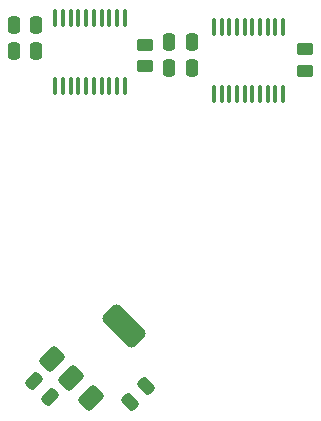
<source format=gbr>
%TF.GenerationSoftware,KiCad,Pcbnew,8.0.4*%
%TF.CreationDate,2024-12-17T16:18:05+07:00*%
%TF.ProjectId,8bit_bus,38626974-5f62-4757-932e-6b696361645f,rev?*%
%TF.SameCoordinates,Original*%
%TF.FileFunction,Paste,Top*%
%TF.FilePolarity,Positive*%
%FSLAX46Y46*%
G04 Gerber Fmt 4.6, Leading zero omitted, Abs format (unit mm)*
G04 Created by KiCad (PCBNEW 8.0.4) date 2024-12-17 16:18:05*
%MOMM*%
%LPD*%
G01*
G04 APERTURE LIST*
G04 Aperture macros list*
%AMRoundRect*
0 Rectangle with rounded corners*
0 $1 Rounding radius*
0 $2 $3 $4 $5 $6 $7 $8 $9 X,Y pos of 4 corners*
0 Add a 4 corners polygon primitive as box body*
4,1,4,$2,$3,$4,$5,$6,$7,$8,$9,$2,$3,0*
0 Add four circle primitives for the rounded corners*
1,1,$1+$1,$2,$3*
1,1,$1+$1,$4,$5*
1,1,$1+$1,$6,$7*
1,1,$1+$1,$8,$9*
0 Add four rect primitives between the rounded corners*
20,1,$1+$1,$2,$3,$4,$5,0*
20,1,$1+$1,$4,$5,$6,$7,0*
20,1,$1+$1,$6,$7,$8,$9,0*
20,1,$1+$1,$8,$9,$2,$3,0*%
G04 Aperture macros list end*
%ADD10RoundRect,0.250000X0.159099X-0.512652X0.512652X-0.159099X-0.159099X0.512652X-0.512652X0.159099X0*%
%ADD11RoundRect,0.250000X0.250000X0.475000X-0.250000X0.475000X-0.250000X-0.475000X0.250000X-0.475000X0*%
%ADD12RoundRect,0.250000X0.450000X-0.262500X0.450000X0.262500X-0.450000X0.262500X-0.450000X-0.262500X0*%
%ADD13RoundRect,0.250000X0.512652X0.159099X0.159099X0.512652X-0.512652X-0.159099X-0.159099X-0.512652X0*%
%ADD14RoundRect,0.100000X0.100000X-0.637500X0.100000X0.637500X-0.100000X0.637500X-0.100000X-0.637500X0*%
%ADD15RoundRect,0.375000X-0.176777X-0.707107X0.707107X0.176777X0.176777X0.707107X-0.707107X-0.176777X0*%
%ADD16RoundRect,0.500000X0.636396X-1.343503X1.343503X-0.636396X-0.636396X1.343503X-1.343503X0.636396X0*%
G04 APERTURE END LIST*
D10*
%TO.C,C6*%
X37830391Y-59162352D03*
X39173893Y-57818850D03*
%TD*%
D11*
%TO.C,C2*%
X29885892Y-29484250D03*
X27985894Y-29484250D03*
%TD*%
%TO.C,C3*%
X43053891Y-30868850D03*
X41153893Y-30868850D03*
%TD*%
D12*
%TO.C,R10*%
X52684893Y-31107950D03*
X52684893Y-29282950D03*
%TD*%
D11*
%TO.C,C4*%
X43063893Y-28698850D03*
X41163895Y-28698850D03*
%TD*%
D12*
%TO.C,R9*%
X39095893Y-30726950D03*
X39095893Y-28901950D03*
%TD*%
D13*
%TO.C,C9*%
X31053893Y-58728850D03*
X29710391Y-57385348D03*
%TD*%
D14*
%TO.C,U1*%
X31533893Y-32403850D03*
X32183893Y-32403850D03*
X32833893Y-32403850D03*
X33483893Y-32403850D03*
X34133893Y-32403850D03*
X34783893Y-32403850D03*
X35433893Y-32403850D03*
X36083893Y-32403850D03*
X36733893Y-32403850D03*
X37383893Y-32403850D03*
X37383893Y-26678850D03*
X36733893Y-26678850D03*
X36083893Y-26678850D03*
X35433893Y-26678850D03*
X34783893Y-26678850D03*
X34133893Y-26678850D03*
X33483893Y-26678850D03*
X32833893Y-26678850D03*
X32183893Y-26678850D03*
X31533893Y-26678850D03*
%TD*%
D15*
%TO.C,U6*%
X31260161Y-55549891D03*
X32886507Y-57176236D03*
D16*
X37341279Y-52721464D03*
D15*
X34512852Y-58802582D03*
%TD*%
D14*
%TO.C,U2*%
X44948893Y-33113849D03*
X45598893Y-33113849D03*
X46248893Y-33113849D03*
X46898893Y-33113849D03*
X47548893Y-33113849D03*
X48198893Y-33113849D03*
X48848893Y-33113849D03*
X49498893Y-33113849D03*
X50148893Y-33113849D03*
X50798893Y-33113849D03*
X50798893Y-27388849D03*
X50148893Y-27388849D03*
X49498893Y-27388849D03*
X48848893Y-27388849D03*
X48198893Y-27388849D03*
X47548893Y-27388849D03*
X46898893Y-27388849D03*
X46248893Y-27388849D03*
X45598893Y-27388849D03*
X44948893Y-27388849D03*
%TD*%
D11*
%TO.C,C1*%
X29885892Y-27249050D03*
X27985894Y-27249050D03*
%TD*%
M02*

</source>
